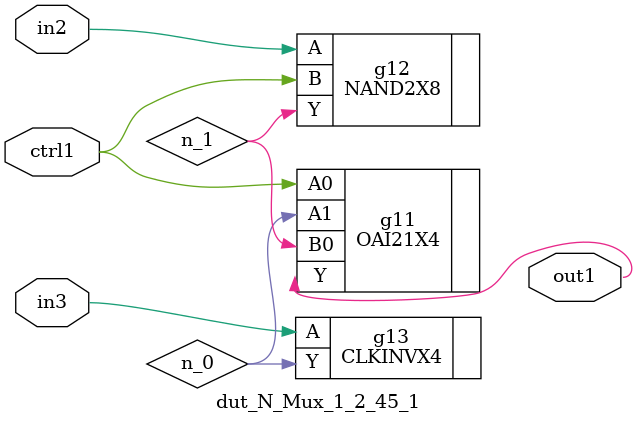
<source format=v>
`timescale 1ps / 1ps


module dut_N_Mux_1_2_45_1(in3, in2, ctrl1, out1);
  input in3, in2, ctrl1;
  output out1;
  wire in3, in2, ctrl1;
  wire out1;
  wire n_0, n_1;
  OAI21X4 g11(.A0 (ctrl1), .A1 (n_0), .B0 (n_1), .Y (out1));
  NAND2X8 g12(.A (in2), .B (ctrl1), .Y (n_1));
  CLKINVX4 g13(.A (in3), .Y (n_0));
endmodule



</source>
